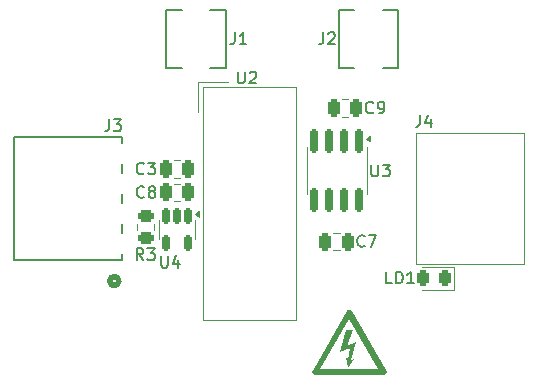
<source format=gto>
G04 #@! TF.GenerationSoftware,KiCad,Pcbnew,8.0.7*
G04 #@! TF.CreationDate,2025-01-24T14:26:26+01:00*
G04 #@! TF.ProjectId,STM32F4_GateSignalGenerator_GateDriver,53544d33-3246-4345-9f47-617465536967,rev?*
G04 #@! TF.SameCoordinates,Original*
G04 #@! TF.FileFunction,Legend,Top*
G04 #@! TF.FilePolarity,Positive*
%FSLAX46Y46*%
G04 Gerber Fmt 4.6, Leading zero omitted, Abs format (unit mm)*
G04 Created by KiCad (PCBNEW 8.0.7) date 2025-01-24 14:26:26*
%MOMM*%
%LPD*%
G01*
G04 APERTURE LIST*
G04 Aperture macros list*
%AMRoundRect*
0 Rectangle with rounded corners*
0 $1 Rounding radius*
0 $2 $3 $4 $5 $6 $7 $8 $9 X,Y pos of 4 corners*
0 Add a 4 corners polygon primitive as box body*
4,1,4,$2,$3,$4,$5,$6,$7,$8,$9,$2,$3,0*
0 Add four circle primitives for the rounded corners*
1,1,$1+$1,$2,$3*
1,1,$1+$1,$4,$5*
1,1,$1+$1,$6,$7*
1,1,$1+$1,$8,$9*
0 Add four rect primitives between the rounded corners*
20,1,$1+$1,$2,$3,$4,$5,0*
20,1,$1+$1,$4,$5,$6,$7,0*
20,1,$1+$1,$6,$7,$8,$9,0*
20,1,$1+$1,$8,$9,$2,$3,0*%
G04 Aperture macros list end*
%ADD10C,0.000000*%
%ADD11C,0.150000*%
%ADD12C,0.200000*%
%ADD13C,0.120000*%
%ADD14C,0.127000*%
%ADD15C,0.152400*%
%ADD16C,0.508000*%
%ADD17C,0.100000*%
%ADD18RoundRect,0.243750X0.243750X0.456250X-0.243750X0.456250X-0.243750X-0.456250X0.243750X-0.456250X0*%
%ADD19C,3.200000*%
%ADD20RoundRect,0.150000X-0.150000X0.512500X-0.150000X-0.512500X0.150000X-0.512500X0.150000X0.512500X0*%
%ADD21RoundRect,0.250000X0.250000X0.475000X-0.250000X0.475000X-0.250000X-0.475000X0.250000X-0.475000X0*%
%ADD22RoundRect,0.150000X-0.150000X0.825000X-0.150000X-0.825000X0.150000X-0.825000X0.150000X0.825000X0*%
%ADD23C,1.989000*%
%ADD24R,1.500000X1.500000*%
%ADD25C,1.500000*%
%ADD26RoundRect,0.250000X-0.450000X0.262500X-0.450000X-0.262500X0.450000X-0.262500X0.450000X0.262500X0*%
%ADD27C,1.524000*%
%ADD28R,2.100000X2.100000*%
%ADD29C,2.100000*%
G04 APERTURE END LIST*
D10*
G36*
X140500000Y-122500000D02*
G01*
X141262000Y-122119000D01*
X140817500Y-123706473D01*
X141073029Y-123591671D01*
X140563500Y-124341500D01*
X140373000Y-123452500D01*
X140563500Y-123643000D01*
X140754000Y-122627000D01*
X139928500Y-123008000D01*
X140436500Y-121166500D01*
X141008000Y-121166500D01*
X140500000Y-122500000D01*
G37*
G36*
X140721031Y-119426705D02*
G01*
X140736360Y-119428128D01*
X140751584Y-119430560D01*
X140766658Y-119434029D01*
X140781537Y-119438564D01*
X140788889Y-119441240D01*
X140796175Y-119444194D01*
X140803389Y-119447429D01*
X140810526Y-119450948D01*
X140817580Y-119454755D01*
X140824546Y-119458854D01*
X140831417Y-119463249D01*
X140838188Y-119467942D01*
X140844853Y-119472938D01*
X140851407Y-119478240D01*
X140857844Y-119483852D01*
X140864159Y-119489777D01*
X140870345Y-119496019D01*
X140876397Y-119502582D01*
X140882309Y-119509468D01*
X140888076Y-119516683D01*
X140893691Y-119524229D01*
X140899150Y-119532109D01*
X140904447Y-119540329D01*
X140909575Y-119548890D01*
X143802529Y-124559516D01*
X143802561Y-124559532D01*
X143802577Y-124559540D01*
X143802593Y-124559548D01*
X143810971Y-124575305D01*
X143818096Y-124591300D01*
X143823997Y-124607484D01*
X143828699Y-124623810D01*
X143832229Y-124640229D01*
X143834615Y-124656692D01*
X143835883Y-124673151D01*
X143836061Y-124689558D01*
X143835175Y-124705864D01*
X143833252Y-124722021D01*
X143830319Y-124737981D01*
X143826404Y-124753694D01*
X143821533Y-124769113D01*
X143815733Y-124784189D01*
X143809030Y-124798874D01*
X143801453Y-124813119D01*
X143793028Y-124826877D01*
X143783781Y-124840098D01*
X143773740Y-124852733D01*
X143762932Y-124864736D01*
X143751384Y-124876057D01*
X143739122Y-124886648D01*
X143726173Y-124896460D01*
X143712566Y-124905445D01*
X143698325Y-124913556D01*
X143683479Y-124920742D01*
X143668055Y-124926956D01*
X143652079Y-124932149D01*
X143635577Y-124936274D01*
X143618579Y-124939281D01*
X143601109Y-124941122D01*
X143583195Y-124941750D01*
X137797287Y-124941750D01*
X137779378Y-124941126D01*
X137761913Y-124939288D01*
X137744919Y-124936283D01*
X137728421Y-124932161D01*
X137712448Y-124926969D01*
X137697026Y-124920757D01*
X137682182Y-124913571D01*
X137667943Y-124905462D01*
X137654337Y-124896477D01*
X137641389Y-124886665D01*
X137629128Y-124876074D01*
X137617580Y-124864753D01*
X137606773Y-124852750D01*
X137596732Y-124840113D01*
X137587485Y-124826891D01*
X137579060Y-124813133D01*
X137571483Y-124798886D01*
X137564781Y-124784200D01*
X137558981Y-124769123D01*
X137554110Y-124753702D01*
X137550195Y-124737988D01*
X137547263Y-124722027D01*
X137545341Y-124705869D01*
X137544457Y-124689562D01*
X137544636Y-124673154D01*
X137545906Y-124656693D01*
X137548295Y-124640229D01*
X137551828Y-124623810D01*
X137556534Y-124607484D01*
X137562438Y-124591299D01*
X137569569Y-124575304D01*
X137577952Y-124559548D01*
X137650623Y-124433680D01*
X138237336Y-124433680D01*
X143143241Y-124433680D01*
X140690288Y-120185107D01*
X138237336Y-124433680D01*
X137650623Y-124433680D01*
X140470906Y-119548869D01*
X140481332Y-119532092D01*
X140492408Y-119516670D01*
X140504090Y-119502573D01*
X140516331Y-119489773D01*
X140529086Y-119478241D01*
X140542309Y-119467948D01*
X140555954Y-119458864D01*
X140569977Y-119450961D01*
X140584331Y-119444210D01*
X140598970Y-119438582D01*
X140613849Y-119434047D01*
X140628922Y-119430578D01*
X140644143Y-119428144D01*
X140659467Y-119426718D01*
X140674848Y-119426269D01*
X140690241Y-119426769D01*
X140705643Y-119426262D01*
X140721031Y-119426705D01*
G37*
D11*
X144293333Y-117204819D02*
X143817143Y-117204819D01*
X143817143Y-117204819D02*
X143817143Y-116204819D01*
X144626667Y-117204819D02*
X144626667Y-116204819D01*
X144626667Y-116204819D02*
X144864762Y-116204819D01*
X144864762Y-116204819D02*
X145007619Y-116252438D01*
X145007619Y-116252438D02*
X145102857Y-116347676D01*
X145102857Y-116347676D02*
X145150476Y-116442914D01*
X145150476Y-116442914D02*
X145198095Y-116633390D01*
X145198095Y-116633390D02*
X145198095Y-116776247D01*
X145198095Y-116776247D02*
X145150476Y-116966723D01*
X145150476Y-116966723D02*
X145102857Y-117061961D01*
X145102857Y-117061961D02*
X145007619Y-117157200D01*
X145007619Y-117157200D02*
X144864762Y-117204819D01*
X144864762Y-117204819D02*
X144626667Y-117204819D01*
X146150476Y-117204819D02*
X145579048Y-117204819D01*
X145864762Y-117204819D02*
X145864762Y-116204819D01*
X145864762Y-116204819D02*
X145769524Y-116347676D01*
X145769524Y-116347676D02*
X145674286Y-116442914D01*
X145674286Y-116442914D02*
X145579048Y-116490533D01*
X124738095Y-114854819D02*
X124738095Y-115664342D01*
X124738095Y-115664342D02*
X124785714Y-115759580D01*
X124785714Y-115759580D02*
X124833333Y-115807200D01*
X124833333Y-115807200D02*
X124928571Y-115854819D01*
X124928571Y-115854819D02*
X125119047Y-115854819D01*
X125119047Y-115854819D02*
X125214285Y-115807200D01*
X125214285Y-115807200D02*
X125261904Y-115759580D01*
X125261904Y-115759580D02*
X125309523Y-115664342D01*
X125309523Y-115664342D02*
X125309523Y-114854819D01*
X126214285Y-115188152D02*
X126214285Y-115854819D01*
X125976190Y-114807200D02*
X125738095Y-115521485D01*
X125738095Y-115521485D02*
X126357142Y-115521485D01*
X141973333Y-114019580D02*
X141925714Y-114067200D01*
X141925714Y-114067200D02*
X141782857Y-114114819D01*
X141782857Y-114114819D02*
X141687619Y-114114819D01*
X141687619Y-114114819D02*
X141544762Y-114067200D01*
X141544762Y-114067200D02*
X141449524Y-113971961D01*
X141449524Y-113971961D02*
X141401905Y-113876723D01*
X141401905Y-113876723D02*
X141354286Y-113686247D01*
X141354286Y-113686247D02*
X141354286Y-113543390D01*
X141354286Y-113543390D02*
X141401905Y-113352914D01*
X141401905Y-113352914D02*
X141449524Y-113257676D01*
X141449524Y-113257676D02*
X141544762Y-113162438D01*
X141544762Y-113162438D02*
X141687619Y-113114819D01*
X141687619Y-113114819D02*
X141782857Y-113114819D01*
X141782857Y-113114819D02*
X141925714Y-113162438D01*
X141925714Y-113162438D02*
X141973333Y-113210057D01*
X142306667Y-113114819D02*
X142973333Y-113114819D01*
X142973333Y-113114819D02*
X142544762Y-114114819D01*
X142548095Y-107134819D02*
X142548095Y-107944342D01*
X142548095Y-107944342D02*
X142595714Y-108039580D01*
X142595714Y-108039580D02*
X142643333Y-108087200D01*
X142643333Y-108087200D02*
X142738571Y-108134819D01*
X142738571Y-108134819D02*
X142929047Y-108134819D01*
X142929047Y-108134819D02*
X143024285Y-108087200D01*
X143024285Y-108087200D02*
X143071904Y-108039580D01*
X143071904Y-108039580D02*
X143119523Y-107944342D01*
X143119523Y-107944342D02*
X143119523Y-107134819D01*
X143500476Y-107134819D02*
X144119523Y-107134819D01*
X144119523Y-107134819D02*
X143786190Y-107515771D01*
X143786190Y-107515771D02*
X143929047Y-107515771D01*
X143929047Y-107515771D02*
X144024285Y-107563390D01*
X144024285Y-107563390D02*
X144071904Y-107611009D01*
X144071904Y-107611009D02*
X144119523Y-107706247D01*
X144119523Y-107706247D02*
X144119523Y-107944342D01*
X144119523Y-107944342D02*
X144071904Y-108039580D01*
X144071904Y-108039580D02*
X144024285Y-108087200D01*
X144024285Y-108087200D02*
X143929047Y-108134819D01*
X143929047Y-108134819D02*
X143643333Y-108134819D01*
X143643333Y-108134819D02*
X143548095Y-108087200D01*
X143548095Y-108087200D02*
X143500476Y-108039580D01*
X142703333Y-102709580D02*
X142655714Y-102757200D01*
X142655714Y-102757200D02*
X142512857Y-102804819D01*
X142512857Y-102804819D02*
X142417619Y-102804819D01*
X142417619Y-102804819D02*
X142274762Y-102757200D01*
X142274762Y-102757200D02*
X142179524Y-102661961D01*
X142179524Y-102661961D02*
X142131905Y-102566723D01*
X142131905Y-102566723D02*
X142084286Y-102376247D01*
X142084286Y-102376247D02*
X142084286Y-102233390D01*
X142084286Y-102233390D02*
X142131905Y-102042914D01*
X142131905Y-102042914D02*
X142179524Y-101947676D01*
X142179524Y-101947676D02*
X142274762Y-101852438D01*
X142274762Y-101852438D02*
X142417619Y-101804819D01*
X142417619Y-101804819D02*
X142512857Y-101804819D01*
X142512857Y-101804819D02*
X142655714Y-101852438D01*
X142655714Y-101852438D02*
X142703333Y-101900057D01*
X143179524Y-102804819D02*
X143370000Y-102804819D01*
X143370000Y-102804819D02*
X143465238Y-102757200D01*
X143465238Y-102757200D02*
X143512857Y-102709580D01*
X143512857Y-102709580D02*
X143608095Y-102566723D01*
X143608095Y-102566723D02*
X143655714Y-102376247D01*
X143655714Y-102376247D02*
X143655714Y-101995295D01*
X143655714Y-101995295D02*
X143608095Y-101900057D01*
X143608095Y-101900057D02*
X143560476Y-101852438D01*
X143560476Y-101852438D02*
X143465238Y-101804819D01*
X143465238Y-101804819D02*
X143274762Y-101804819D01*
X143274762Y-101804819D02*
X143179524Y-101852438D01*
X143179524Y-101852438D02*
X143131905Y-101900057D01*
X143131905Y-101900057D02*
X143084286Y-101995295D01*
X143084286Y-101995295D02*
X143084286Y-102233390D01*
X143084286Y-102233390D02*
X143131905Y-102328628D01*
X143131905Y-102328628D02*
X143179524Y-102376247D01*
X143179524Y-102376247D02*
X143274762Y-102423866D01*
X143274762Y-102423866D02*
X143465238Y-102423866D01*
X143465238Y-102423866D02*
X143560476Y-102376247D01*
X143560476Y-102376247D02*
X143608095Y-102328628D01*
X143608095Y-102328628D02*
X143655714Y-102233390D01*
X130966666Y-95954819D02*
X130966666Y-96669104D01*
X130966666Y-96669104D02*
X130919047Y-96811961D01*
X130919047Y-96811961D02*
X130823809Y-96907200D01*
X130823809Y-96907200D02*
X130680952Y-96954819D01*
X130680952Y-96954819D02*
X130585714Y-96954819D01*
X131966666Y-96954819D02*
X131395238Y-96954819D01*
X131680952Y-96954819D02*
X131680952Y-95954819D01*
X131680952Y-95954819D02*
X131585714Y-96097676D01*
X131585714Y-96097676D02*
X131490476Y-96192914D01*
X131490476Y-96192914D02*
X131395238Y-96240533D01*
X131238095Y-99267419D02*
X131238095Y-100076942D01*
X131238095Y-100076942D02*
X131285714Y-100172180D01*
X131285714Y-100172180D02*
X131333333Y-100219800D01*
X131333333Y-100219800D02*
X131428571Y-100267419D01*
X131428571Y-100267419D02*
X131619047Y-100267419D01*
X131619047Y-100267419D02*
X131714285Y-100219800D01*
X131714285Y-100219800D02*
X131761904Y-100172180D01*
X131761904Y-100172180D02*
X131809523Y-100076942D01*
X131809523Y-100076942D02*
X131809523Y-99267419D01*
X132238095Y-99362657D02*
X132285714Y-99315038D01*
X132285714Y-99315038D02*
X132380952Y-99267419D01*
X132380952Y-99267419D02*
X132619047Y-99267419D01*
X132619047Y-99267419D02*
X132714285Y-99315038D01*
X132714285Y-99315038D02*
X132761904Y-99362657D01*
X132761904Y-99362657D02*
X132809523Y-99457895D01*
X132809523Y-99457895D02*
X132809523Y-99553133D01*
X132809523Y-99553133D02*
X132761904Y-99695990D01*
X132761904Y-99695990D02*
X132190476Y-100267419D01*
X132190476Y-100267419D02*
X132809523Y-100267419D01*
X138466666Y-95954819D02*
X138466666Y-96669104D01*
X138466666Y-96669104D02*
X138419047Y-96811961D01*
X138419047Y-96811961D02*
X138323809Y-96907200D01*
X138323809Y-96907200D02*
X138180952Y-96954819D01*
X138180952Y-96954819D02*
X138085714Y-96954819D01*
X138895238Y-96050057D02*
X138942857Y-96002438D01*
X138942857Y-96002438D02*
X139038095Y-95954819D01*
X139038095Y-95954819D02*
X139276190Y-95954819D01*
X139276190Y-95954819D02*
X139371428Y-96002438D01*
X139371428Y-96002438D02*
X139419047Y-96050057D01*
X139419047Y-96050057D02*
X139466666Y-96145295D01*
X139466666Y-96145295D02*
X139466666Y-96240533D01*
X139466666Y-96240533D02*
X139419047Y-96383390D01*
X139419047Y-96383390D02*
X138847619Y-96954819D01*
X138847619Y-96954819D02*
X139466666Y-96954819D01*
X123248333Y-115224819D02*
X122915000Y-114748628D01*
X122676905Y-115224819D02*
X122676905Y-114224819D01*
X122676905Y-114224819D02*
X123057857Y-114224819D01*
X123057857Y-114224819D02*
X123153095Y-114272438D01*
X123153095Y-114272438D02*
X123200714Y-114320057D01*
X123200714Y-114320057D02*
X123248333Y-114415295D01*
X123248333Y-114415295D02*
X123248333Y-114558152D01*
X123248333Y-114558152D02*
X123200714Y-114653390D01*
X123200714Y-114653390D02*
X123153095Y-114701009D01*
X123153095Y-114701009D02*
X123057857Y-114748628D01*
X123057857Y-114748628D02*
X122676905Y-114748628D01*
X123581667Y-114224819D02*
X124200714Y-114224819D01*
X124200714Y-114224819D02*
X123867381Y-114605771D01*
X123867381Y-114605771D02*
X124010238Y-114605771D01*
X124010238Y-114605771D02*
X124105476Y-114653390D01*
X124105476Y-114653390D02*
X124153095Y-114701009D01*
X124153095Y-114701009D02*
X124200714Y-114796247D01*
X124200714Y-114796247D02*
X124200714Y-115034342D01*
X124200714Y-115034342D02*
X124153095Y-115129580D01*
X124153095Y-115129580D02*
X124105476Y-115177200D01*
X124105476Y-115177200D02*
X124010238Y-115224819D01*
X124010238Y-115224819D02*
X123724524Y-115224819D01*
X123724524Y-115224819D02*
X123629286Y-115177200D01*
X123629286Y-115177200D02*
X123581667Y-115129580D01*
D12*
X123298333Y-107872887D02*
X123250714Y-107920507D01*
X123250714Y-107920507D02*
X123107857Y-107968126D01*
X123107857Y-107968126D02*
X123012619Y-107968126D01*
X123012619Y-107968126D02*
X122869762Y-107920507D01*
X122869762Y-107920507D02*
X122774524Y-107825268D01*
X122774524Y-107825268D02*
X122726905Y-107730030D01*
X122726905Y-107730030D02*
X122679286Y-107539554D01*
X122679286Y-107539554D02*
X122679286Y-107396697D01*
X122679286Y-107396697D02*
X122726905Y-107206221D01*
X122726905Y-107206221D02*
X122774524Y-107110983D01*
X122774524Y-107110983D02*
X122869762Y-107015745D01*
X122869762Y-107015745D02*
X123012619Y-106968126D01*
X123012619Y-106968126D02*
X123107857Y-106968126D01*
X123107857Y-106968126D02*
X123250714Y-107015745D01*
X123250714Y-107015745D02*
X123298333Y-107063364D01*
X123631667Y-106968126D02*
X124250714Y-106968126D01*
X124250714Y-106968126D02*
X123917381Y-107349078D01*
X123917381Y-107349078D02*
X124060238Y-107349078D01*
X124060238Y-107349078D02*
X124155476Y-107396697D01*
X124155476Y-107396697D02*
X124203095Y-107444316D01*
X124203095Y-107444316D02*
X124250714Y-107539554D01*
X124250714Y-107539554D02*
X124250714Y-107777649D01*
X124250714Y-107777649D02*
X124203095Y-107872887D01*
X124203095Y-107872887D02*
X124155476Y-107920507D01*
X124155476Y-107920507D02*
X124060238Y-107968126D01*
X124060238Y-107968126D02*
X123774524Y-107968126D01*
X123774524Y-107968126D02*
X123679286Y-107920507D01*
X123679286Y-107920507D02*
X123631667Y-107872887D01*
D11*
X120341666Y-103304819D02*
X120341666Y-104019104D01*
X120341666Y-104019104D02*
X120294047Y-104161961D01*
X120294047Y-104161961D02*
X120198809Y-104257200D01*
X120198809Y-104257200D02*
X120055952Y-104304819D01*
X120055952Y-104304819D02*
X119960714Y-104304819D01*
X120722619Y-103304819D02*
X121341666Y-103304819D01*
X121341666Y-103304819D02*
X121008333Y-103685771D01*
X121008333Y-103685771D02*
X121151190Y-103685771D01*
X121151190Y-103685771D02*
X121246428Y-103733390D01*
X121246428Y-103733390D02*
X121294047Y-103781009D01*
X121294047Y-103781009D02*
X121341666Y-103876247D01*
X121341666Y-103876247D02*
X121341666Y-104114342D01*
X121341666Y-104114342D02*
X121294047Y-104209580D01*
X121294047Y-104209580D02*
X121246428Y-104257200D01*
X121246428Y-104257200D02*
X121151190Y-104304819D01*
X121151190Y-104304819D02*
X120865476Y-104304819D01*
X120865476Y-104304819D02*
X120770238Y-104257200D01*
X120770238Y-104257200D02*
X120722619Y-104209580D01*
X146666666Y-102954819D02*
X146666666Y-103669104D01*
X146666666Y-103669104D02*
X146619047Y-103811961D01*
X146619047Y-103811961D02*
X146523809Y-103907200D01*
X146523809Y-103907200D02*
X146380952Y-103954819D01*
X146380952Y-103954819D02*
X146285714Y-103954819D01*
X147571428Y-103288152D02*
X147571428Y-103954819D01*
X147333333Y-102907200D02*
X147095238Y-103621485D01*
X147095238Y-103621485D02*
X147714285Y-103621485D01*
D12*
X123298333Y-109876980D02*
X123250714Y-109924600D01*
X123250714Y-109924600D02*
X123107857Y-109972219D01*
X123107857Y-109972219D02*
X123012619Y-109972219D01*
X123012619Y-109972219D02*
X122869762Y-109924600D01*
X122869762Y-109924600D02*
X122774524Y-109829361D01*
X122774524Y-109829361D02*
X122726905Y-109734123D01*
X122726905Y-109734123D02*
X122679286Y-109543647D01*
X122679286Y-109543647D02*
X122679286Y-109400790D01*
X122679286Y-109400790D02*
X122726905Y-109210314D01*
X122726905Y-109210314D02*
X122774524Y-109115076D01*
X122774524Y-109115076D02*
X122869762Y-109019838D01*
X122869762Y-109019838D02*
X123012619Y-108972219D01*
X123012619Y-108972219D02*
X123107857Y-108972219D01*
X123107857Y-108972219D02*
X123250714Y-109019838D01*
X123250714Y-109019838D02*
X123298333Y-109067457D01*
X123869762Y-109400790D02*
X123774524Y-109353171D01*
X123774524Y-109353171D02*
X123726905Y-109305552D01*
X123726905Y-109305552D02*
X123679286Y-109210314D01*
X123679286Y-109210314D02*
X123679286Y-109162695D01*
X123679286Y-109162695D02*
X123726905Y-109067457D01*
X123726905Y-109067457D02*
X123774524Y-109019838D01*
X123774524Y-109019838D02*
X123869762Y-108972219D01*
X123869762Y-108972219D02*
X124060238Y-108972219D01*
X124060238Y-108972219D02*
X124155476Y-109019838D01*
X124155476Y-109019838D02*
X124203095Y-109067457D01*
X124203095Y-109067457D02*
X124250714Y-109162695D01*
X124250714Y-109162695D02*
X124250714Y-109210314D01*
X124250714Y-109210314D02*
X124203095Y-109305552D01*
X124203095Y-109305552D02*
X124155476Y-109353171D01*
X124155476Y-109353171D02*
X124060238Y-109400790D01*
X124060238Y-109400790D02*
X123869762Y-109400790D01*
X123869762Y-109400790D02*
X123774524Y-109448409D01*
X123774524Y-109448409D02*
X123726905Y-109496028D01*
X123726905Y-109496028D02*
X123679286Y-109591266D01*
X123679286Y-109591266D02*
X123679286Y-109781742D01*
X123679286Y-109781742D02*
X123726905Y-109876980D01*
X123726905Y-109876980D02*
X123774524Y-109924600D01*
X123774524Y-109924600D02*
X123869762Y-109972219D01*
X123869762Y-109972219D02*
X124060238Y-109972219D01*
X124060238Y-109972219D02*
X124155476Y-109924600D01*
X124155476Y-109924600D02*
X124203095Y-109876980D01*
X124203095Y-109876980D02*
X124250714Y-109781742D01*
X124250714Y-109781742D02*
X124250714Y-109591266D01*
X124250714Y-109591266D02*
X124203095Y-109496028D01*
X124203095Y-109496028D02*
X124155476Y-109448409D01*
X124155476Y-109448409D02*
X124060238Y-109400790D01*
D13*
X146870000Y-117720000D02*
X149555000Y-117720000D01*
X149555000Y-115800000D02*
X146870000Y-115800000D01*
X149555000Y-117720000D02*
X149555000Y-115800000D01*
X124530000Y-112605000D02*
X124530000Y-111805000D01*
X124530000Y-112605000D02*
X124530000Y-113405000D01*
X127650000Y-112605000D02*
X127650000Y-111805000D01*
X127650000Y-112605000D02*
X127650000Y-113405000D01*
X127930000Y-111545000D02*
X127600000Y-111305000D01*
X127930000Y-111065000D01*
X127930000Y-111545000D01*
G36*
X127930000Y-111545000D02*
G01*
X127600000Y-111305000D01*
X127930000Y-111065000D01*
X127930000Y-111545000D01*
G37*
X139851252Y-112935000D02*
X139328748Y-112935000D01*
X139851252Y-114405000D02*
X139328748Y-114405000D01*
X137070000Y-107640000D02*
X137070000Y-105690000D01*
X137070000Y-107640000D02*
X137070000Y-109590000D01*
X142190000Y-107640000D02*
X142190000Y-105690000D01*
X142190000Y-107640000D02*
X142190000Y-109590000D01*
X142425000Y-105180000D02*
X142095000Y-104940000D01*
X142425000Y-104700000D01*
X142425000Y-105180000D01*
G36*
X142425000Y-105180000D02*
G01*
X142095000Y-104940000D01*
X142425000Y-104700000D01*
X142425000Y-105180000D01*
G37*
X140561252Y-101605000D02*
X140038748Y-101605000D01*
X140561252Y-103075000D02*
X140038748Y-103075000D01*
D14*
X125200000Y-94025000D02*
X126480000Y-94025000D01*
X125200000Y-98975000D02*
X125200000Y-94025000D01*
X125200000Y-98975000D02*
X126480000Y-98975000D01*
X128920000Y-94025000D02*
X130200000Y-94025000D01*
X128920000Y-98975000D02*
X130200000Y-98975000D01*
X130200000Y-98975000D02*
X130200000Y-94025000D01*
D13*
X127909700Y-100162500D02*
X130443033Y-100162500D01*
X127909700Y-102695833D02*
X127909700Y-100162500D01*
X128289700Y-100542500D02*
X128289700Y-120332500D01*
X128289700Y-100542500D02*
X136129700Y-100542500D01*
X128289700Y-120332500D02*
X136129700Y-120332500D01*
X136129700Y-100542500D02*
X136129700Y-120332500D01*
D14*
X139800000Y-94025000D02*
X141080000Y-94025000D01*
X139800000Y-98975000D02*
X139800000Y-94025000D01*
X139800000Y-98975000D02*
X141080000Y-98975000D01*
X143520000Y-94025000D02*
X144800000Y-94025000D01*
X143520000Y-98975000D02*
X144800000Y-98975000D01*
X144800000Y-98975000D02*
X144800000Y-94025000D01*
D13*
X122705000Y-112190436D02*
X122705000Y-112644564D01*
X124175000Y-112190436D02*
X124175000Y-112644564D01*
X126352240Y-106780907D02*
X125829736Y-106780907D01*
X126352240Y-108250907D02*
X125829736Y-108250907D01*
D15*
X112266000Y-104813000D02*
X112266000Y-115227000D01*
X112266000Y-115227000D02*
X121410000Y-115227000D01*
X121410000Y-104813000D02*
X112266000Y-104813000D01*
X121410000Y-105318243D02*
X121410000Y-104813000D01*
X121410000Y-107858243D02*
X121410000Y-107101757D01*
X121410000Y-110398243D02*
X121410000Y-109641757D01*
X121410000Y-112938243D02*
X121410000Y-112181757D01*
X121410000Y-115227000D02*
X121410000Y-114721757D01*
D16*
X121156000Y-117005000D02*
G75*
G02*
X120394000Y-117005000I-381000J0D01*
G01*
X120394000Y-117005000D02*
G75*
G02*
X121156000Y-117005000I381000J0D01*
G01*
D17*
X155500000Y-115550000D02*
X146300000Y-115550000D01*
X146300000Y-104450000D01*
X155500000Y-104450000D01*
X155500000Y-115550000D01*
D13*
X126351252Y-108745000D02*
X125828748Y-108745000D01*
X126351252Y-110215000D02*
X125828748Y-110215000D01*
%LPC*%
D18*
X148807500Y-116760000D03*
X146932500Y-116760000D03*
D19*
X148500000Y-123500000D03*
D20*
X127040000Y-111467500D03*
X126090000Y-111467500D03*
X125140000Y-111467500D03*
X125140000Y-113742500D03*
X127040000Y-113742500D03*
D21*
X140540000Y-113670000D03*
X138640000Y-113670000D03*
D22*
X141535000Y-105165000D03*
X140265000Y-105165000D03*
X138995000Y-105165000D03*
X137725000Y-105165000D03*
X137725000Y-110115000D03*
X138995000Y-110115000D03*
X140265000Y-110115000D03*
X141535000Y-110115000D03*
D19*
X148500000Y-96500000D03*
X121500000Y-96500000D03*
D21*
X141250000Y-102340000D03*
X139350000Y-102340000D03*
D23*
X127700000Y-99000000D03*
X127700000Y-94000000D03*
D24*
X134659700Y-103062500D03*
D25*
X134659700Y-105602500D03*
X134659700Y-110682500D03*
X134659700Y-115762500D03*
D23*
X142300000Y-99000000D03*
X142300000Y-94000000D03*
D26*
X123440000Y-111505000D03*
X123440000Y-113330000D03*
D21*
X127040988Y-107515907D03*
X125140988Y-107515907D03*
D27*
X120775000Y-113830000D03*
X120775000Y-111290000D03*
X120775000Y-108750000D03*
X120775000Y-106210000D03*
D28*
X147500000Y-113500000D03*
D29*
X147500000Y-110000000D03*
X147500000Y-106500000D03*
D19*
X121500000Y-123500000D03*
D21*
X127040000Y-109480000D03*
X125140000Y-109480000D03*
%LPD*%
M02*

</source>
